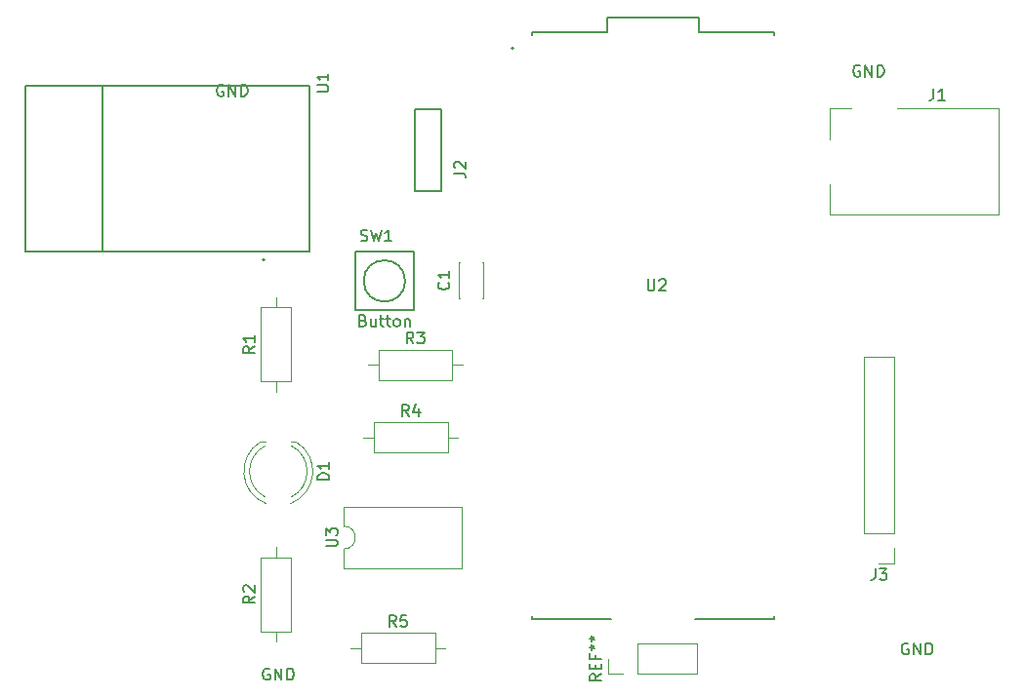
<source format=gbr>
G04 #@! TF.GenerationSoftware,KiCad,Pcbnew,(5.1.2)-2*
G04 #@! TF.CreationDate,2021-12-06T22:39:02-05:00*
G04 #@! TF.ProjectId,raspi_pico_christmas_tree,72617370-695f-4706-9963-6f5f63687269,rev?*
G04 #@! TF.SameCoordinates,Original*
G04 #@! TF.FileFunction,Legend,Top*
G04 #@! TF.FilePolarity,Positive*
%FSLAX46Y46*%
G04 Gerber Fmt 4.6, Leading zero omitted, Abs format (unit mm)*
G04 Created by KiCad (PCBNEW (5.1.2)-2) date 2021-12-06 22:39:02*
%MOMM*%
%LPD*%
G04 APERTURE LIST*
%ADD10C,0.120000*%
%ADD11C,0.200000*%
%ADD12C,0.127000*%
%ADD13C,0.150000*%
G04 APERTURE END LIST*
D10*
X141410000Y-119530000D02*
X141410000Y-116870000D01*
X136270000Y-119530000D02*
X141410000Y-119530000D01*
X136270000Y-116870000D02*
X141410000Y-116870000D01*
X136270000Y-119530000D02*
X136270000Y-116870000D01*
X135000000Y-119530000D02*
X133670000Y-119530000D01*
X133670000Y-119530000D02*
X133670000Y-118200000D01*
D11*
X125510000Y-65170000D02*
G75*
G03X125510000Y-65170000I-100000J0D01*
G01*
D12*
X141600000Y-63800000D02*
X148100000Y-63800000D01*
X141600000Y-62500000D02*
X141600000Y-63800000D01*
X133600000Y-62500000D02*
X141600000Y-62500000D01*
X133600000Y-63800000D02*
X133600000Y-62500000D01*
X127100000Y-63800000D02*
X133600000Y-63800000D01*
X148100000Y-114800000D02*
X141260000Y-114800000D01*
X133940000Y-114800000D02*
X127100000Y-114800000D01*
X148100000Y-114800000D02*
X148100000Y-114550000D01*
X148100000Y-63800000D02*
X148100000Y-64050000D01*
X127100000Y-114800000D02*
X127100000Y-114550000D01*
X127100000Y-64050000D02*
X127100000Y-63800000D01*
D10*
X119580000Y-117300000D02*
X118690000Y-117300000D01*
X111380000Y-117300000D02*
X112270000Y-117300000D01*
X118690000Y-115990000D02*
X112270000Y-115990000D01*
X118690000Y-118610000D02*
X118690000Y-115990000D01*
X112270000Y-118610000D02*
X118690000Y-118610000D01*
X112270000Y-115990000D02*
X112270000Y-118610000D01*
X122796000Y-83790000D02*
X122860000Y-83790000D01*
X120740000Y-83790000D02*
X120804000Y-83790000D01*
X122796000Y-86910000D02*
X122860000Y-86910000D01*
X120740000Y-86910000D02*
X120804000Y-86910000D01*
X122860000Y-86910000D02*
X122860000Y-83790000D01*
X120740000Y-86910000D02*
X120740000Y-83790000D01*
X104020000Y-99380000D02*
X103555000Y-99380000D01*
X106645000Y-99380000D02*
X106180000Y-99380000D01*
X104019571Y-104194479D02*
G75*
G02X104020000Y-99685316I1080429J2254479D01*
G01*
X106180429Y-104194479D02*
G75*
G03X106180000Y-99685316I-1080429J2254479D01*
G01*
X104019173Y-104727815D02*
G75*
G02X103555170Y-99380000I1080827J2787815D01*
G01*
X106180827Y-104727815D02*
G75*
G03X106644830Y-99380000I-1080827J2787815D01*
G01*
X152900000Y-79600000D02*
X152900000Y-77000000D01*
X167600000Y-79600000D02*
X152900000Y-79600000D01*
X152900000Y-70400000D02*
X154800000Y-70400000D01*
X152900000Y-73100000D02*
X152900000Y-70400000D01*
X167600000Y-70400000D02*
X167600000Y-79600000D01*
X158800000Y-70400000D02*
X167600000Y-70400000D01*
D13*
X119216000Y-70504000D02*
X116930000Y-70504000D01*
X116930000Y-70504000D02*
X116930000Y-77616000D01*
X116930000Y-77616000D02*
X119216000Y-77616000D01*
X119216000Y-77616000D02*
X119216000Y-70504000D01*
D10*
X158530000Y-109930000D02*
X157200000Y-109930000D01*
X158530000Y-108600000D02*
X158530000Y-109930000D01*
X158530000Y-107330000D02*
X155870000Y-107330000D01*
X155870000Y-107330000D02*
X155870000Y-92030000D01*
X158530000Y-107330000D02*
X158530000Y-92030000D01*
X158530000Y-92030000D02*
X155870000Y-92030000D01*
X104900000Y-86820000D02*
X104900000Y-87710000D01*
X104900000Y-95020000D02*
X104900000Y-94130000D01*
X103590000Y-87710000D02*
X103590000Y-94130000D01*
X106210000Y-87710000D02*
X103590000Y-87710000D01*
X106210000Y-94130000D02*
X106210000Y-87710000D01*
X103590000Y-94130000D02*
X106210000Y-94130000D01*
X103590000Y-115830000D02*
X106210000Y-115830000D01*
X106210000Y-115830000D02*
X106210000Y-109410000D01*
X106210000Y-109410000D02*
X103590000Y-109410000D01*
X103590000Y-109410000D02*
X103590000Y-115830000D01*
X104900000Y-116720000D02*
X104900000Y-115830000D01*
X104900000Y-108520000D02*
X104900000Y-109410000D01*
X121080000Y-92700000D02*
X120190000Y-92700000D01*
X112880000Y-92700000D02*
X113770000Y-92700000D01*
X120190000Y-91390000D02*
X113770000Y-91390000D01*
X120190000Y-94010000D02*
X120190000Y-91390000D01*
X113770000Y-94010000D02*
X120190000Y-94010000D01*
X113770000Y-91390000D02*
X113770000Y-94010000D01*
X113370000Y-97690000D02*
X113370000Y-100310000D01*
X113370000Y-100310000D02*
X119790000Y-100310000D01*
X119790000Y-100310000D02*
X119790000Y-97690000D01*
X119790000Y-97690000D02*
X113370000Y-97690000D01*
X112480000Y-99000000D02*
X113370000Y-99000000D01*
X120680000Y-99000000D02*
X119790000Y-99000000D01*
D13*
X116840000Y-87940000D02*
X111760000Y-87940000D01*
X111760000Y-87940000D02*
X111760000Y-82860000D01*
X111760000Y-82860000D02*
X116840000Y-82860000D01*
X116840000Y-82860000D02*
X116840000Y-87940000D01*
X116096051Y-85400000D02*
G75*
G03X116096051Y-85400000I-1796051J0D01*
G01*
D12*
X107840000Y-82820000D02*
X89840000Y-82820000D01*
X89840000Y-82820000D02*
X83140000Y-82820000D01*
X83140000Y-82820000D02*
X83140000Y-68420000D01*
X83140000Y-68420000D02*
X89840000Y-68420000D01*
X89840000Y-68420000D02*
X107840000Y-68420000D01*
X107840000Y-68420000D02*
X107840000Y-82820000D01*
X89840000Y-68420000D02*
X89840000Y-82820000D01*
D11*
X103900000Y-83570000D02*
G75*
G03X103900000Y-83570000I-100000J0D01*
G01*
D10*
X110770000Y-105040000D02*
X110770000Y-106690000D01*
X121050000Y-105040000D02*
X110770000Y-105040000D01*
X121050000Y-110340000D02*
X121050000Y-105040000D01*
X110770000Y-110340000D02*
X121050000Y-110340000D01*
X110770000Y-108690000D02*
X110770000Y-110340000D01*
X110770000Y-106690000D02*
G75*
G02X110770000Y-108690000I0J-1000000D01*
G01*
D13*
X133122380Y-119533333D02*
X132646190Y-119866666D01*
X133122380Y-120104761D02*
X132122380Y-120104761D01*
X132122380Y-119723809D01*
X132170000Y-119628571D01*
X132217619Y-119580952D01*
X132312857Y-119533333D01*
X132455714Y-119533333D01*
X132550952Y-119580952D01*
X132598571Y-119628571D01*
X132646190Y-119723809D01*
X132646190Y-120104761D01*
X132598571Y-119104761D02*
X132598571Y-118771428D01*
X133122380Y-118628571D02*
X133122380Y-119104761D01*
X132122380Y-119104761D01*
X132122380Y-118628571D01*
X132598571Y-117866666D02*
X132598571Y-118200000D01*
X133122380Y-118200000D02*
X132122380Y-118200000D01*
X132122380Y-117723809D01*
X132122380Y-117200000D02*
X132360476Y-117200000D01*
X132265238Y-117438095D02*
X132360476Y-117200000D01*
X132265238Y-116961904D01*
X132550952Y-117342857D02*
X132360476Y-117200000D01*
X132550952Y-117057142D01*
X132122380Y-116438095D02*
X132360476Y-116438095D01*
X132265238Y-116676190D02*
X132360476Y-116438095D01*
X132265238Y-116200000D01*
X132550952Y-116580952D02*
X132360476Y-116438095D01*
X132550952Y-116295238D01*
X159738095Y-116900000D02*
X159642857Y-116852380D01*
X159500000Y-116852380D01*
X159357142Y-116900000D01*
X159261904Y-116995238D01*
X159214285Y-117090476D01*
X159166666Y-117280952D01*
X159166666Y-117423809D01*
X159214285Y-117614285D01*
X159261904Y-117709523D01*
X159357142Y-117804761D01*
X159500000Y-117852380D01*
X159595238Y-117852380D01*
X159738095Y-117804761D01*
X159785714Y-117757142D01*
X159785714Y-117423809D01*
X159595238Y-117423809D01*
X160214285Y-117852380D02*
X160214285Y-116852380D01*
X160785714Y-117852380D01*
X160785714Y-116852380D01*
X161261904Y-117852380D02*
X161261904Y-116852380D01*
X161500000Y-116852380D01*
X161642857Y-116900000D01*
X161738095Y-116995238D01*
X161785714Y-117090476D01*
X161833333Y-117280952D01*
X161833333Y-117423809D01*
X161785714Y-117614285D01*
X161738095Y-117709523D01*
X161642857Y-117804761D01*
X161500000Y-117852380D01*
X161261904Y-117852380D01*
X104338095Y-119100000D02*
X104242857Y-119052380D01*
X104100000Y-119052380D01*
X103957142Y-119100000D01*
X103861904Y-119195238D01*
X103814285Y-119290476D01*
X103766666Y-119480952D01*
X103766666Y-119623809D01*
X103814285Y-119814285D01*
X103861904Y-119909523D01*
X103957142Y-120004761D01*
X104100000Y-120052380D01*
X104195238Y-120052380D01*
X104338095Y-120004761D01*
X104385714Y-119957142D01*
X104385714Y-119623809D01*
X104195238Y-119623809D01*
X104814285Y-120052380D02*
X104814285Y-119052380D01*
X105385714Y-120052380D01*
X105385714Y-119052380D01*
X105861904Y-120052380D02*
X105861904Y-119052380D01*
X106100000Y-119052380D01*
X106242857Y-119100000D01*
X106338095Y-119195238D01*
X106385714Y-119290476D01*
X106433333Y-119480952D01*
X106433333Y-119623809D01*
X106385714Y-119814285D01*
X106338095Y-119909523D01*
X106242857Y-120004761D01*
X106100000Y-120052380D01*
X105861904Y-120052380D01*
X155538095Y-66700000D02*
X155442857Y-66652380D01*
X155300000Y-66652380D01*
X155157142Y-66700000D01*
X155061904Y-66795238D01*
X155014285Y-66890476D01*
X154966666Y-67080952D01*
X154966666Y-67223809D01*
X155014285Y-67414285D01*
X155061904Y-67509523D01*
X155157142Y-67604761D01*
X155300000Y-67652380D01*
X155395238Y-67652380D01*
X155538095Y-67604761D01*
X155585714Y-67557142D01*
X155585714Y-67223809D01*
X155395238Y-67223809D01*
X156014285Y-67652380D02*
X156014285Y-66652380D01*
X156585714Y-67652380D01*
X156585714Y-66652380D01*
X157061904Y-67652380D02*
X157061904Y-66652380D01*
X157300000Y-66652380D01*
X157442857Y-66700000D01*
X157538095Y-66795238D01*
X157585714Y-66890476D01*
X157633333Y-67080952D01*
X157633333Y-67223809D01*
X157585714Y-67414285D01*
X157538095Y-67509523D01*
X157442857Y-67604761D01*
X157300000Y-67652380D01*
X157061904Y-67652380D01*
X100338095Y-68400000D02*
X100242857Y-68352380D01*
X100100000Y-68352380D01*
X99957142Y-68400000D01*
X99861904Y-68495238D01*
X99814285Y-68590476D01*
X99766666Y-68780952D01*
X99766666Y-68923809D01*
X99814285Y-69114285D01*
X99861904Y-69209523D01*
X99957142Y-69304761D01*
X100100000Y-69352380D01*
X100195238Y-69352380D01*
X100338095Y-69304761D01*
X100385714Y-69257142D01*
X100385714Y-68923809D01*
X100195238Y-68923809D01*
X100814285Y-69352380D02*
X100814285Y-68352380D01*
X101385714Y-69352380D01*
X101385714Y-68352380D01*
X101861904Y-69352380D02*
X101861904Y-68352380D01*
X102100000Y-68352380D01*
X102242857Y-68400000D01*
X102338095Y-68495238D01*
X102385714Y-68590476D01*
X102433333Y-68780952D01*
X102433333Y-68923809D01*
X102385714Y-69114285D01*
X102338095Y-69209523D01*
X102242857Y-69304761D01*
X102100000Y-69352380D01*
X101861904Y-69352380D01*
X137138095Y-85252380D02*
X137138095Y-86061904D01*
X137185714Y-86157142D01*
X137233333Y-86204761D01*
X137328571Y-86252380D01*
X137519047Y-86252380D01*
X137614285Y-86204761D01*
X137661904Y-86157142D01*
X137709523Y-86061904D01*
X137709523Y-85252380D01*
X138138095Y-85347619D02*
X138185714Y-85300000D01*
X138280952Y-85252380D01*
X138519047Y-85252380D01*
X138614285Y-85300000D01*
X138661904Y-85347619D01*
X138709523Y-85442857D01*
X138709523Y-85538095D01*
X138661904Y-85680952D01*
X138090476Y-86252380D01*
X138709523Y-86252380D01*
X115313333Y-115442380D02*
X114980000Y-114966190D01*
X114741904Y-115442380D02*
X114741904Y-114442380D01*
X115122857Y-114442380D01*
X115218095Y-114490000D01*
X115265714Y-114537619D01*
X115313333Y-114632857D01*
X115313333Y-114775714D01*
X115265714Y-114870952D01*
X115218095Y-114918571D01*
X115122857Y-114966190D01*
X114741904Y-114966190D01*
X116218095Y-114442380D02*
X115741904Y-114442380D01*
X115694285Y-114918571D01*
X115741904Y-114870952D01*
X115837142Y-114823333D01*
X116075238Y-114823333D01*
X116170476Y-114870952D01*
X116218095Y-114918571D01*
X116265714Y-115013809D01*
X116265714Y-115251904D01*
X116218095Y-115347142D01*
X116170476Y-115394761D01*
X116075238Y-115442380D01*
X115837142Y-115442380D01*
X115741904Y-115394761D01*
X115694285Y-115347142D01*
X119847142Y-85516666D02*
X119894761Y-85564285D01*
X119942380Y-85707142D01*
X119942380Y-85802380D01*
X119894761Y-85945238D01*
X119799523Y-86040476D01*
X119704285Y-86088095D01*
X119513809Y-86135714D01*
X119370952Y-86135714D01*
X119180476Y-86088095D01*
X119085238Y-86040476D01*
X118990000Y-85945238D01*
X118942380Y-85802380D01*
X118942380Y-85707142D01*
X118990000Y-85564285D01*
X119037619Y-85516666D01*
X119942380Y-84564285D02*
X119942380Y-85135714D01*
X119942380Y-84850000D02*
X118942380Y-84850000D01*
X119085238Y-84945238D01*
X119180476Y-85040476D01*
X119228095Y-85135714D01*
X109512380Y-102678095D02*
X108512380Y-102678095D01*
X108512380Y-102440000D01*
X108560000Y-102297142D01*
X108655238Y-102201904D01*
X108750476Y-102154285D01*
X108940952Y-102106666D01*
X109083809Y-102106666D01*
X109274285Y-102154285D01*
X109369523Y-102201904D01*
X109464761Y-102297142D01*
X109512380Y-102440000D01*
X109512380Y-102678095D01*
X109512380Y-101154285D02*
X109512380Y-101725714D01*
X109512380Y-101440000D02*
X108512380Y-101440000D01*
X108655238Y-101535238D01*
X108750476Y-101630476D01*
X108798095Y-101725714D01*
X161916666Y-68702380D02*
X161916666Y-69416666D01*
X161869047Y-69559523D01*
X161773809Y-69654761D01*
X161630952Y-69702380D01*
X161535714Y-69702380D01*
X162916666Y-69702380D02*
X162345238Y-69702380D01*
X162630952Y-69702380D02*
X162630952Y-68702380D01*
X162535714Y-68845238D01*
X162440476Y-68940476D01*
X162345238Y-68988095D01*
X120352380Y-76033333D02*
X121066666Y-76033333D01*
X121209523Y-76080952D01*
X121304761Y-76176190D01*
X121352380Y-76319047D01*
X121352380Y-76414285D01*
X120447619Y-75604761D02*
X120400000Y-75557142D01*
X120352380Y-75461904D01*
X120352380Y-75223809D01*
X120400000Y-75128571D01*
X120447619Y-75080952D01*
X120542857Y-75033333D01*
X120638095Y-75033333D01*
X120780952Y-75080952D01*
X121352380Y-75652380D01*
X121352380Y-75033333D01*
X156866666Y-110382380D02*
X156866666Y-111096666D01*
X156819047Y-111239523D01*
X156723809Y-111334761D01*
X156580952Y-111382380D01*
X156485714Y-111382380D01*
X157247619Y-110382380D02*
X157866666Y-110382380D01*
X157533333Y-110763333D01*
X157676190Y-110763333D01*
X157771428Y-110810952D01*
X157819047Y-110858571D01*
X157866666Y-110953809D01*
X157866666Y-111191904D01*
X157819047Y-111287142D01*
X157771428Y-111334761D01*
X157676190Y-111382380D01*
X157390476Y-111382380D01*
X157295238Y-111334761D01*
X157247619Y-111287142D01*
X103042380Y-91086666D02*
X102566190Y-91420000D01*
X103042380Y-91658095D02*
X102042380Y-91658095D01*
X102042380Y-91277142D01*
X102090000Y-91181904D01*
X102137619Y-91134285D01*
X102232857Y-91086666D01*
X102375714Y-91086666D01*
X102470952Y-91134285D01*
X102518571Y-91181904D01*
X102566190Y-91277142D01*
X102566190Y-91658095D01*
X103042380Y-90134285D02*
X103042380Y-90705714D01*
X103042380Y-90420000D02*
X102042380Y-90420000D01*
X102185238Y-90515238D01*
X102280476Y-90610476D01*
X102328095Y-90705714D01*
X103042380Y-112786666D02*
X102566190Y-113120000D01*
X103042380Y-113358095D02*
X102042380Y-113358095D01*
X102042380Y-112977142D01*
X102090000Y-112881904D01*
X102137619Y-112834285D01*
X102232857Y-112786666D01*
X102375714Y-112786666D01*
X102470952Y-112834285D01*
X102518571Y-112881904D01*
X102566190Y-112977142D01*
X102566190Y-113358095D01*
X102137619Y-112405714D02*
X102090000Y-112358095D01*
X102042380Y-112262857D01*
X102042380Y-112024761D01*
X102090000Y-111929523D01*
X102137619Y-111881904D01*
X102232857Y-111834285D01*
X102328095Y-111834285D01*
X102470952Y-111881904D01*
X103042380Y-112453333D01*
X103042380Y-111834285D01*
X116813333Y-90842380D02*
X116480000Y-90366190D01*
X116241904Y-90842380D02*
X116241904Y-89842380D01*
X116622857Y-89842380D01*
X116718095Y-89890000D01*
X116765714Y-89937619D01*
X116813333Y-90032857D01*
X116813333Y-90175714D01*
X116765714Y-90270952D01*
X116718095Y-90318571D01*
X116622857Y-90366190D01*
X116241904Y-90366190D01*
X117146666Y-89842380D02*
X117765714Y-89842380D01*
X117432380Y-90223333D01*
X117575238Y-90223333D01*
X117670476Y-90270952D01*
X117718095Y-90318571D01*
X117765714Y-90413809D01*
X117765714Y-90651904D01*
X117718095Y-90747142D01*
X117670476Y-90794761D01*
X117575238Y-90842380D01*
X117289523Y-90842380D01*
X117194285Y-90794761D01*
X117146666Y-90747142D01*
X116413333Y-97142380D02*
X116080000Y-96666190D01*
X115841904Y-97142380D02*
X115841904Y-96142380D01*
X116222857Y-96142380D01*
X116318095Y-96190000D01*
X116365714Y-96237619D01*
X116413333Y-96332857D01*
X116413333Y-96475714D01*
X116365714Y-96570952D01*
X116318095Y-96618571D01*
X116222857Y-96666190D01*
X115841904Y-96666190D01*
X117270476Y-96475714D02*
X117270476Y-97142380D01*
X117032380Y-96094761D02*
X116794285Y-96809047D01*
X117413333Y-96809047D01*
X112266666Y-81904761D02*
X112409523Y-81952380D01*
X112647619Y-81952380D01*
X112742857Y-81904761D01*
X112790476Y-81857142D01*
X112838095Y-81761904D01*
X112838095Y-81666666D01*
X112790476Y-81571428D01*
X112742857Y-81523809D01*
X112647619Y-81476190D01*
X112457142Y-81428571D01*
X112361904Y-81380952D01*
X112314285Y-81333333D01*
X112266666Y-81238095D01*
X112266666Y-81142857D01*
X112314285Y-81047619D01*
X112361904Y-81000000D01*
X112457142Y-80952380D01*
X112695238Y-80952380D01*
X112838095Y-81000000D01*
X113171428Y-80952380D02*
X113409523Y-81952380D01*
X113600000Y-81238095D01*
X113790476Y-81952380D01*
X114028571Y-80952380D01*
X114933333Y-81952380D02*
X114361904Y-81952380D01*
X114647619Y-81952380D02*
X114647619Y-80952380D01*
X114552380Y-81095238D01*
X114457142Y-81190476D01*
X114361904Y-81238095D01*
X112442857Y-88828571D02*
X112585714Y-88876190D01*
X112633333Y-88923809D01*
X112680952Y-89019047D01*
X112680952Y-89161904D01*
X112633333Y-89257142D01*
X112585714Y-89304761D01*
X112490476Y-89352380D01*
X112109523Y-89352380D01*
X112109523Y-88352380D01*
X112442857Y-88352380D01*
X112538095Y-88400000D01*
X112585714Y-88447619D01*
X112633333Y-88542857D01*
X112633333Y-88638095D01*
X112585714Y-88733333D01*
X112538095Y-88780952D01*
X112442857Y-88828571D01*
X112109523Y-88828571D01*
X113538095Y-88685714D02*
X113538095Y-89352380D01*
X113109523Y-88685714D02*
X113109523Y-89209523D01*
X113157142Y-89304761D01*
X113252380Y-89352380D01*
X113395238Y-89352380D01*
X113490476Y-89304761D01*
X113538095Y-89257142D01*
X113871428Y-88685714D02*
X114252380Y-88685714D01*
X114014285Y-88352380D02*
X114014285Y-89209523D01*
X114061904Y-89304761D01*
X114157142Y-89352380D01*
X114252380Y-89352380D01*
X114442857Y-88685714D02*
X114823809Y-88685714D01*
X114585714Y-88352380D02*
X114585714Y-89209523D01*
X114633333Y-89304761D01*
X114728571Y-89352380D01*
X114823809Y-89352380D01*
X115300000Y-89352380D02*
X115204761Y-89304761D01*
X115157142Y-89257142D01*
X115109523Y-89161904D01*
X115109523Y-88876190D01*
X115157142Y-88780952D01*
X115204761Y-88733333D01*
X115300000Y-88685714D01*
X115442857Y-88685714D01*
X115538095Y-88733333D01*
X115585714Y-88780952D01*
X115633333Y-88876190D01*
X115633333Y-89161904D01*
X115585714Y-89257142D01*
X115538095Y-89304761D01*
X115442857Y-89352380D01*
X115300000Y-89352380D01*
X116061904Y-88685714D02*
X116061904Y-89352380D01*
X116061904Y-88780952D02*
X116109523Y-88733333D01*
X116204761Y-88685714D01*
X116347619Y-88685714D01*
X116442857Y-88733333D01*
X116490476Y-88828571D01*
X116490476Y-89352380D01*
X108442380Y-68971904D02*
X109251904Y-68971904D01*
X109347142Y-68924285D01*
X109394761Y-68876666D01*
X109442380Y-68781428D01*
X109442380Y-68590952D01*
X109394761Y-68495714D01*
X109347142Y-68448095D01*
X109251904Y-68400476D01*
X108442380Y-68400476D01*
X109442380Y-67400476D02*
X109442380Y-67971904D01*
X109442380Y-67686190D02*
X108442380Y-67686190D01*
X108585238Y-67781428D01*
X108680476Y-67876666D01*
X108728095Y-67971904D01*
X109222380Y-108451904D02*
X110031904Y-108451904D01*
X110127142Y-108404285D01*
X110174761Y-108356666D01*
X110222380Y-108261428D01*
X110222380Y-108070952D01*
X110174761Y-107975714D01*
X110127142Y-107928095D01*
X110031904Y-107880476D01*
X109222380Y-107880476D01*
X109222380Y-107499523D02*
X109222380Y-106880476D01*
X109603333Y-107213809D01*
X109603333Y-107070952D01*
X109650952Y-106975714D01*
X109698571Y-106928095D01*
X109793809Y-106880476D01*
X110031904Y-106880476D01*
X110127142Y-106928095D01*
X110174761Y-106975714D01*
X110222380Y-107070952D01*
X110222380Y-107356666D01*
X110174761Y-107451904D01*
X110127142Y-107499523D01*
M02*

</source>
